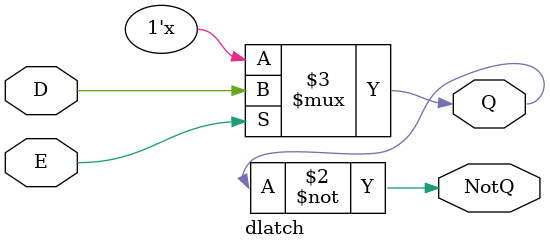
<source format=v>
module dlatch(
    input D, E,
    output reg Q, 
    output NotQ
);

    always @(D, E) begin
        if (E)
            Q <= D;
    end

    assign NotQ = ~Q;

endmodule

</source>
